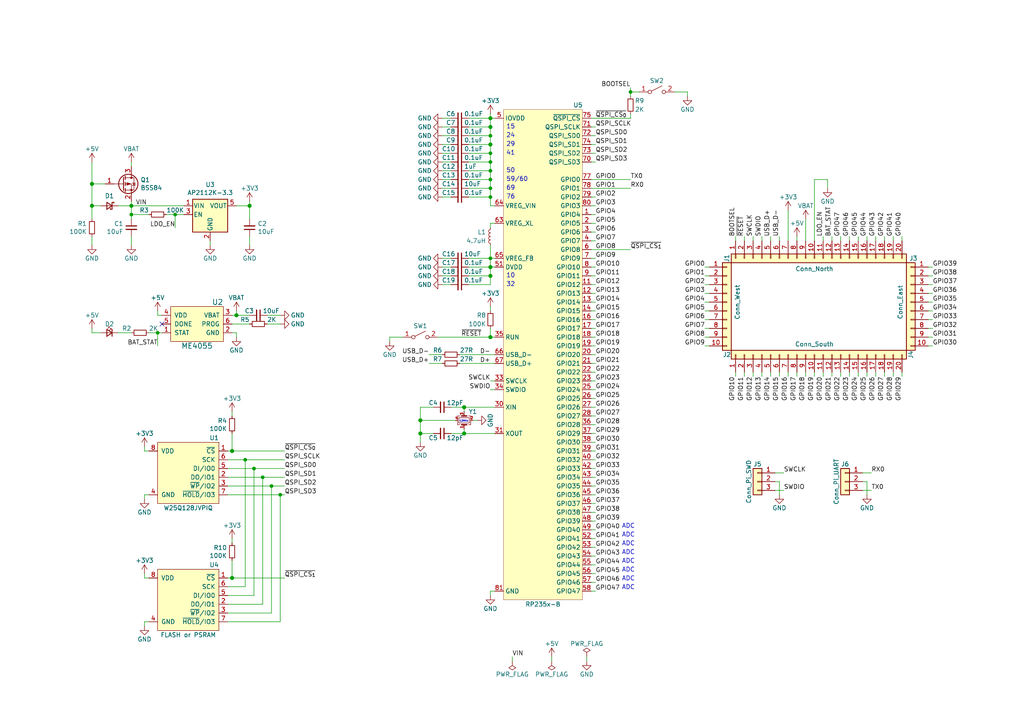
<source format=kicad_sch>
(kicad_sch (version 20231120) (generator "eeschema") (generator_version "8.0")
  (paper "A4")
  (title_block (title "RP2350 Stamp XL"))
  (junction (at 38.1 62.23))
  (junction (at 142.24 36.83) (diameter 1.016))
  (junction (at 81.28 143.51))
  (junction (at 142.24 52.07))
  (junction (at 142.24 80.01) (diameter 1.016))
  (junction (at 73.66 135.89))
  (junction (at 26.67 59.69) (diameter 1.016))
  (junction (at 134.62 125.73) (diameter 1.016))
  (junction (at 142.24 34.29) (diameter 1.016))
  (junction (at 142.24 41.91) (diameter 1.016))
  (junction (at 67.31 130.81) (diameter 1.016))
  (junction (at 38.1 59.69) (diameter 1.016))
  (junction (at 121.92 121.92) (diameter 1.016))
  (junction (at 142.24 39.37))
  (junction (at 68.58 91.44) (diameter 1.016))
  (junction (at 78.74 140.97))
  (junction (at 45.72 96.52))
  (junction (at 142.24 77.47) (diameter 1.016))
  (junction (at 71.12 133.35))
  (junction (at 67.31 167.64) (diameter 1.016))
  (junction (at 142.24 46.99))
  (junction (at 142.24 74.93))
  (junction (at 134.62 118.11) (diameter 1.016))
  (junction (at 121.92 125.73) (diameter 1.016))
  (junction (at 142.24 97.79) (diameter 1.016))
  (junction (at 72.39 59.69) (diameter 1.016))
  (junction (at 182.88 26.67))
  (junction (at 142.24 54.61))
  (junction (at 142.24 49.53))
  (junction (at 26.67 53.34) (diameter 1.016))
  (junction (at 142.24 57.15))
  (junction (at 142.24 44.45))
  (junction (at 76.2 138.43))
  (junction (at 50.8 62.23))
  (no_connect (at 46.99 93.98))
  (wire (pts (xy 66.04 175.26) (xy 76.2 175.26)))
  (wire (pts (xy 171.45 67.31) (xy 172.72 67.31)))
  (wire (pts (xy 67.31 119.38) (xy 67.31 120.65)))
  (wire (pts (xy 71.12 133.35) (xy 71.12 170.18)))
  (wire (pts (xy 128.27 82.55) (xy 130.81 82.55)))
  (wire (pts (xy 142.24 113.03) (xy 143.51 113.03)))
  (wire (pts (xy 41.91 167.64) (xy 41.91 166.37)))
  (wire (pts (xy 66.04 135.89) (xy 73.66 135.89)))
  (wire (pts (xy 38.1 63.5) (xy 38.1 62.23)))
  (wire (pts (xy 142.24 34.29) (xy 143.51 34.29)))
  (wire (pts (xy 77.47 91.44) (xy 81.28 91.44)))
  (wire (pts (xy 142.24 39.37) (xy 142.24 41.91)))
  (wire (pts (xy 121.92 125.73) (xy 121.92 128.27)))
  (wire (pts (xy 128.27 41.91) (xy 130.81 41.91)))
  (wire (pts (xy 236.22 52.07) (xy 240.03 52.07)))
  (wire (pts (xy 135.89 44.45) (xy 142.24 44.45)))
  (wire (pts (xy 67.31 130.81) (xy 67.31 125.73)))
  (wire (pts (xy 171.45 34.29) (xy 182.88 34.29)))
  (wire (pts (xy 269.24 97.79) (xy 270.51 97.79)))
  (wire (pts (xy 171.45 97.79) (xy 172.72 97.79)))
  (wire (pts (xy 142.24 71.12) (xy 142.24 74.93)))
  (wire (pts (xy 66.04 133.35) (xy 71.12 133.35)))
  (wire (pts (xy 269.24 90.17) (xy 270.51 90.17)))
  (wire (pts (xy 45.72 90.17) (xy 45.72 91.44)))
  (wire (pts (xy 128.27 77.47) (xy 130.81 77.47)))
  (wire (pts (xy 41.91 180.34) (xy 41.91 181.61)))
  (wire (pts (xy 228.6 60.96) (xy 228.6 69.85)))
  (wire (pts (xy 205.74 97.79) (xy 204.47 97.79)))
  (wire (pts (xy 171.45 100.33) (xy 172.72 100.33)))
  (wire (pts (xy 38.1 68.58) (xy 38.1 71.12)))
  (wire (pts (xy 238.76 107.95) (xy 238.76 109.22)))
  (wire (pts (xy 269.24 80.01) (xy 270.51 80.01)))
  (wire (pts (xy 256.54 107.95) (xy 256.54 109.22)))
  (wire (pts (xy 205.74 100.33) (xy 204.47 100.33)))
  (wire (pts (xy 142.24 171.45) (xy 142.24 172.72)))
  (wire (pts (xy 113.03 99.06) (xy 113.03 97.79)))
  (wire (pts (xy 226.06 107.95) (xy 226.06 109.22)))
  (wire (pts (xy 259.08 107.95) (xy 259.08 109.22)))
  (wire (pts (xy 48.26 62.23) (xy 50.8 62.23)))
  (wire (pts (xy 236.22 69.85) (xy 236.22 52.07)))
  (wire (pts (xy 220.98 109.22) (xy 220.98 107.95)))
  (wire (pts (xy 66.04 167.64) (xy 67.31 167.64)))
  (wire (pts (xy 171.45 143.51) (xy 172.72 143.51)))
  (wire (pts (xy 121.92 121.92) (xy 121.92 125.73)))
  (wire (pts (xy 128.27 52.07) (xy 130.81 52.07)))
  (wire (pts (xy 142.24 36.83) (xy 142.24 39.37)))
  (wire (pts (xy 82.55 167.64) (xy 67.31 167.64)))
  (wire (pts (xy 38.1 59.69) (xy 53.34 59.69)))
  (wire (pts (xy 77.47 93.98) (xy 81.28 93.98)))
  (wire (pts (xy 26.67 59.69) (xy 29.21 59.69)))
  (wire (pts (xy 142.24 64.77) (xy 142.24 66.04)))
  (wire (pts (xy 171.45 54.61) (xy 182.88 54.61)))
  (wire (pts (xy 26.67 53.34) (xy 30.48 53.34)))
  (wire (pts (xy 135.89 34.29) (xy 142.24 34.29)))
  (wire (pts (xy 171.45 59.69) (xy 172.72 59.69)))
  (wire (pts (xy 68.58 91.44) (xy 72.39 91.44)))
  (wire (pts (xy 142.24 88.9) (xy 142.24 90.17)))
  (wire (pts (xy 124.46 102.87) (xy 128.27 102.87)))
  (wire (pts (xy 135.89 82.55) (xy 142.24 82.55)))
  (wire (pts (xy 143.51 171.45) (xy 142.24 171.45)))
  (wire (pts (xy 43.18 130.81) (xy 41.91 130.81)))
  (wire (pts (xy 68.58 59.69) (xy 72.39 59.69)))
  (wire (pts (xy 171.45 110.49) (xy 172.72 110.49)))
  (wire (pts (xy 128.27 44.45) (xy 130.81 44.45)))
  (wire (pts (xy 78.74 140.97) (xy 78.74 177.8)))
  (wire (pts (xy 171.45 151.13) (xy 172.72 151.13)))
  (wire (pts (xy 38.1 48.26) (xy 38.1 46.99)))
  (wire (pts (xy 142.24 97.79) (xy 142.24 95.25)))
  (wire (pts (xy 26.67 96.52) (xy 29.21 96.52)))
  (wire (pts (xy 246.38 107.95) (xy 246.38 109.22)))
  (wire (pts (xy 142.24 44.45) (xy 142.24 46.99)))
  (wire (pts (xy 160.02 190.5) (xy 160.02 191.77)))
  (wire (pts (xy 241.3 107.95) (xy 241.3 109.22)))
  (wire (pts (xy 135.89 41.91) (xy 142.24 41.91)))
  (wire (pts (xy 171.45 115.57) (xy 172.72 115.57)))
  (wire (pts (xy 243.84 107.95) (xy 243.84 109.22)))
  (wire (pts (xy 26.67 53.34) (xy 26.67 59.69)))
  (wire (pts (xy 233.68 63.5) (xy 233.68 69.85)))
  (wire (pts (xy 246.38 68.58) (xy 246.38 69.85)))
  (wire (pts (xy 224.79 137.16) (xy 227.33 137.16)))
  (wire (pts (xy 142.24 54.61) (xy 142.24 57.15)))
  (wire (pts (xy 171.45 113.03) (xy 172.72 113.03)))
  (wire (pts (xy 142.24 49.53) (xy 142.24 52.07)))
  (wire (pts (xy 132.08 121.92) (xy 121.92 121.92)))
  (wire (pts (xy 243.84 68.58) (xy 243.84 69.85)))
  (wire (pts (xy 142.24 34.29) (xy 142.24 36.83)))
  (wire (pts (xy 121.92 118.11) (xy 121.92 121.92)))
  (wire (pts (xy 45.72 91.44) (xy 46.99 91.44)))
  (wire (pts (xy 26.67 68.58) (xy 26.67 71.12)))
  (wire (pts (xy 171.45 130.81) (xy 172.72 130.81)))
  (wire (pts (xy 38.1 59.69) (xy 34.29 59.69)))
  (wire (pts (xy 236.22 107.95) (xy 236.22 109.22)))
  (wire (pts (xy 133.35 105.41) (xy 143.51 105.41)))
  (wire (pts (xy 171.45 85.09) (xy 172.72 85.09)))
  (wire (pts (xy 66.04 143.51) (xy 81.28 143.51)))
  (wire (pts (xy 215.9 107.95) (xy 215.9 109.22)))
  (wire (pts (xy 220.98 69.85) (xy 220.98 68.58)))
  (wire (pts (xy 171.45 105.41) (xy 172.72 105.41)))
  (wire (pts (xy 218.44 107.95) (xy 218.44 109.22)))
  (wire (pts (xy 182.88 26.67) (xy 182.88 27.94)))
  (wire (pts (xy 134.62 124.46) (xy 134.62 125.73)))
  (wire (pts (xy 41.91 130.81) (xy 41.91 129.54)))
  (wire (pts (xy 26.67 59.69) (xy 26.67 63.5)))
  (wire (pts (xy 254 107.95) (xy 254 109.22)))
  (wire (pts (xy 171.45 156.21) (xy 172.72 156.21)))
  (wire (pts (xy 73.66 135.89) (xy 73.66 172.72)))
  (wire (pts (xy 171.45 62.23) (xy 172.72 62.23)))
  (wire (pts (xy 46.99 96.52) (xy 45.72 96.52)))
  (wire (pts (xy 127 97.79) (xy 142.24 97.79)))
  (wire (pts (xy 130.81 125.73) (xy 134.62 125.73)))
  (wire (pts (xy 45.72 96.52) (xy 43.18 96.52)))
  (wire (pts (xy 135.89 77.47) (xy 142.24 77.47)))
  (wire (pts (xy 142.24 74.93) (xy 142.24 77.47)))
  (wire (pts (xy 171.45 171.45) (xy 172.72 171.45)))
  (wire (pts (xy 171.45 92.71) (xy 172.72 92.71)))
  (wire (pts (xy 251.46 69.85) (xy 251.46 68.58)))
  (wire (pts (xy 171.45 57.15) (xy 172.72 57.15)))
  (wire (pts (xy 38.1 62.23) (xy 43.18 62.23)))
  (wire (pts (xy 134.62 118.11) (xy 143.51 118.11)))
  (wire (pts (xy 128.27 39.37) (xy 130.81 39.37)))
  (wire (pts (xy 124.46 105.41) (xy 128.27 105.41)))
  (wire (pts (xy 171.45 168.91) (xy 172.72 168.91)))
  (wire (pts (xy 251.46 139.7) (xy 251.46 143.51)))
  (wire (pts (xy 43.18 143.51) (xy 41.91 143.51)))
  (wire (pts (xy 269.24 77.47) (xy 270.51 77.47)))
  (wire (pts (xy 269.24 100.33) (xy 270.51 100.33)))
  (wire (pts (xy 142.24 110.49) (xy 143.51 110.49)))
  (wire (pts (xy 171.45 90.17) (xy 172.72 90.17)))
  (wire (pts (xy 204.47 82.55) (xy 205.74 82.55)))
  (wire (pts (xy 171.45 77.47) (xy 172.72 77.47)))
  (wire (pts (xy 43.18 180.34) (xy 41.91 180.34)))
  (wire (pts (xy 68.58 96.52) (xy 68.58 97.79)))
  (wire (pts (xy 241.3 68.58) (xy 241.3 69.85)))
  (wire (pts (xy 171.45 118.11) (xy 172.72 118.11)))
  (wire (pts (xy 205.74 87.63) (xy 204.47 87.63)))
  (wire (pts (xy 213.36 68.58) (xy 213.36 69.85)))
  (wire (pts (xy 60.96 69.85) (xy 60.96 71.12)))
  (wire (pts (xy 269.24 95.25) (xy 270.51 95.25)))
  (wire (pts (xy 171.45 82.55) (xy 172.72 82.55)))
  (wire (pts (xy 121.92 125.73) (xy 125.73 125.73)))
  (wire (pts (xy 170.18 190.5) (xy 170.18 191.77)))
  (wire (pts (xy 171.45 166.37) (xy 172.72 166.37)))
  (wire (pts (xy 66.04 180.34) (xy 81.28 180.34)))
  (wire (pts (xy 135.89 49.53) (xy 142.24 49.53)))
  (wire (pts (xy 68.58 91.44) (xy 68.58 90.17)))
  (wire (pts (xy 50.8 62.23) (xy 53.34 62.23)))
  (wire (pts (xy 26.67 46.99) (xy 26.67 53.34)))
  (wire (pts (xy 254 69.85) (xy 254 68.58)))
  (wire (pts (xy 204.47 77.47) (xy 205.74 77.47)))
  (wire (pts (xy 205.74 92.71) (xy 204.47 92.71)))
  (wire (pts (xy 182.88 34.29) (xy 182.88 33.02)))
  (wire (pts (xy 171.45 146.05) (xy 172.72 146.05)))
  (wire (pts (xy 259.08 69.85) (xy 259.08 68.58)))
  (wire (pts (xy 182.88 25.4) (xy 182.88 26.67)))
  (wire (pts (xy 171.45 161.29) (xy 172.72 161.29)))
  (wire (pts (xy 171.45 74.93) (xy 172.72 74.93)))
  (wire (pts (xy 142.24 33.02) (xy 142.24 34.29)))
  (wire (pts (xy 142.24 74.93) (xy 143.51 74.93)))
  (wire (pts (xy 182.88 26.67) (xy 185.42 26.67)))
  (wire (pts (xy 128.27 36.83) (xy 130.81 36.83)))
  (wire (pts (xy 231.14 107.95) (xy 231.14 109.22)))
  (wire (pts (xy 250.19 139.7) (xy 251.46 139.7)))
  (wire (pts (xy 113.03 97.79) (xy 116.84 97.79)))
  (wire (pts (xy 66.04 130.81) (xy 67.31 130.81)))
  (wire (pts (xy 135.89 54.61) (xy 142.24 54.61)))
  (wire (pts (xy 226.06 139.7) (xy 226.06 143.51)))
  (wire (pts (xy 171.45 107.95) (xy 172.72 107.95)))
  (wire (pts (xy 218.44 69.85) (xy 218.44 68.58)))
  (wire (pts (xy 171.45 44.45) (xy 172.72 44.45)))
  (wire (pts (xy 134.62 118.11) (xy 134.62 119.38)))
  (wire (pts (xy 171.45 163.83) (xy 172.72 163.83)))
  (wire (pts (xy 269.24 92.71) (xy 270.51 92.71)))
  (wire (pts (xy 142.24 77.47) (xy 143.51 77.47)))
  (wire (pts (xy 171.45 135.89) (xy 172.72 135.89)))
  (wire (pts (xy 171.45 80.01) (xy 172.72 80.01)))
  (wire (pts (xy 171.45 138.43) (xy 172.72 138.43)))
  (wire (pts (xy 171.45 102.87) (xy 172.72 102.87)))
  (wire (pts (xy 135.89 46.99) (xy 142.24 46.99)))
  (wire (pts (xy 72.39 59.69) (xy 72.39 63.5)))
  (wire (pts (xy 135.89 39.37) (xy 142.24 39.37)))
  (wire (pts (xy 171.45 39.37) (xy 172.72 39.37)))
  (wire (pts (xy 142.24 41.91) (xy 142.24 44.45)))
  (wire (pts (xy 215.9 68.58) (xy 215.9 69.85)))
  (wire (pts (xy 66.04 177.8) (xy 78.74 177.8)))
  (wire (pts (xy 228.6 107.95) (xy 228.6 109.22)))
  (wire (pts (xy 72.39 58.42) (xy 72.39 59.69)))
  (wire (pts (xy 171.45 153.67) (xy 172.72 153.67)))
  (wire (pts (xy 128.27 34.29) (xy 130.81 34.29)))
  (wire (pts (xy 233.68 107.95) (xy 233.68 109.22)))
  (wire (pts (xy 142.24 82.55) (xy 142.24 80.01)))
  (wire (pts (xy 73.66 135.89) (xy 82.55 135.89)))
  (wire (pts (xy 135.89 52.07) (xy 142.24 52.07)))
  (wire (pts (xy 66.04 140.97) (xy 78.74 140.97)))
  (wire (pts (xy 250.19 142.24) (xy 252.73 142.24)))
  (wire (pts (xy 134.62 125.73) (xy 143.51 125.73)))
  (wire (pts (xy 248.92 107.95) (xy 248.92 109.22)))
  (wire (pts (xy 251.46 107.95) (xy 251.46 109.22)))
  (wire (pts (xy 128.27 46.99) (xy 130.81 46.99)))
  (wire (pts (xy 261.62 107.95) (xy 261.62 109.22)))
  (wire (pts (xy 171.45 123.19) (xy 172.72 123.19)))
  (wire (pts (xy 171.45 128.27) (xy 172.72 128.27)))
  (wire (pts (xy 171.45 64.77) (xy 172.72 64.77)))
  (wire (pts (xy 171.45 36.83) (xy 172.72 36.83)))
  (wire (pts (xy 67.31 167.64) (xy 67.31 162.56)))
  (wire (pts (xy 76.2 138.43) (xy 76.2 175.26)))
  (wire (pts (xy 171.45 120.65) (xy 172.72 120.65)))
  (wire (pts (xy 142.24 46.99) (xy 142.24 49.53)))
  (wire (pts (xy 128.27 57.15) (xy 130.81 57.15)))
  (wire (pts (xy 128.27 80.01) (xy 130.81 80.01)))
  (wire (pts (xy 171.45 133.35) (xy 172.72 133.35)))
  (wire (pts (xy 171.45 69.85) (xy 172.72 69.85)))
  (wire (pts (xy 205.74 85.09) (xy 204.47 85.09)))
  (wire (pts (xy 67.31 96.52) (xy 68.58 96.52)))
  (wire (pts (xy 121.92 118.11) (xy 125.73 118.11)))
  (wire (pts (xy 171.45 87.63) (xy 172.72 87.63)))
  (wire (pts (xy 142.24 80.01) (xy 142.24 77.47)))
  (wire (pts (xy 67.31 156.21) (xy 67.31 157.48)))
  (wire (pts (xy 130.81 118.11) (xy 134.62 118.11)))
  (wire (pts (xy 256.54 69.85) (xy 256.54 68.58)))
  (wire (pts (xy 171.45 72.39) (xy 182.88 72.39)))
  (wire (pts (xy 171.45 125.73) (xy 172.72 125.73)))
  (wire (pts (xy 72.39 93.98) (xy 67.31 93.98)))
  (wire (pts (xy 205.74 95.25) (xy 204.47 95.25)))
  (wire (pts (xy 38.1 59.69) (xy 38.1 58.42)))
  (wire (pts (xy 223.52 109.22) (xy 223.52 107.95)))
  (wire (pts (xy 128.27 74.93) (xy 130.81 74.93)))
  (wire (pts (xy 142.24 97.79) (xy 143.51 97.79)))
  (wire (pts (xy 45.72 96.52) (xy 45.72 100.33)))
  (wire (pts (xy 135.89 36.83) (xy 142.24 36.83)))
  (wire (pts (xy 135.89 74.93) (xy 142.24 74.93)))
  (wire (pts (xy 250.19 137.16) (xy 252.73 137.16)))
  (wire (pts (xy 142.24 52.07) (xy 142.24 54.61)))
  (wire (pts (xy 71.12 133.35) (xy 82.55 133.35)))
  (wire (pts (xy 148.59 190.5) (xy 148.59 191.77)))
  (wire (pts (xy 38.1 96.52) (xy 34.29 96.52)))
  (wire (pts (xy 26.67 96.52) (xy 26.67 95.25)))
  (wire (pts (xy 66.04 172.72) (xy 73.66 172.72)))
  (wire (pts (xy 238.76 68.58) (xy 238.76 69.85)))
  (wire (pts (xy 231.14 69.85) (xy 231.14 68.58)))
  (wire (pts (xy 171.45 140.97) (xy 172.72 140.97)))
  (wire (pts (xy 261.62 69.85) (xy 261.62 68.58)))
  (wire (pts (xy 50.8 62.23) (xy 50.8 66.04)))
  (wire (pts (xy 224.79 139.7) (xy 226.06 139.7)))
  (wire (pts (xy 171.45 95.25) (xy 172.72 95.25)))
  (wire (pts (xy 81.28 143.51) (xy 81.28 180.34)))
  (wire (pts (xy 240.03 52.07) (xy 240.03 54.61)))
  (wire (pts (xy 171.45 41.91) (xy 172.72 41.91)))
  (wire (pts (xy 248.92 68.58) (xy 248.92 69.85)))
  (wire (pts (xy 128.27 49.53) (xy 130.81 49.53)))
  (wire (pts (xy 38.1 59.69) (xy 38.1 62.23)))
  (wire (pts (xy 137.16 121.92) (xy 138.43 121.92)))
  (wire (pts (xy 76.2 138.43) (xy 82.55 138.43)))
  (wire (pts (xy 171.45 46.99) (xy 172.72 46.99)))
  (wire (pts (xy 142.24 59.69) (xy 143.51 59.69)))
  (wire (pts (xy 269.24 85.09) (xy 270.51 85.09)))
  (wire (pts (xy 269.24 87.63) (xy 270.51 87.63)))
  (wire (pts (xy 224.79 142.24) (xy 227.33 142.24)))
  (wire (pts (xy 213.36 107.95) (xy 213.36 109.22)))
  (wire (pts (xy 204.47 80.01) (xy 205.74 80.01)))
  (wire (pts (xy 78.74 140.97) (xy 82.55 140.97)))
  (wire (pts (xy 72.39 68.58) (xy 72.39 71.12)))
  (wire (pts (xy 171.45 148.59) (xy 172.72 148.59)))
  (wire (pts (xy 66.04 170.18) (xy 71.12 170.18)))
  (wire (pts (xy 43.18 167.64) (xy 41.91 167.64)))
  (wire (pts (xy 128.27 54.61) (xy 130.81 54.61)))
  (wire (pts (xy 199.39 27.94) (xy 199.39 26.67)))
  (wire (pts (xy 142.24 57.15) (xy 142.24 59.69)))
  (wire (pts (xy 226.06 69.85) (xy 226.06 68.58)))
  (wire (pts (xy 135.89 57.15) (xy 142.24 57.15)))
  (wire (pts (xy 81.28 143.51) (xy 82.55 143.51)))
  (wire (pts (xy 66.04 138.43) (xy 76.2 138.43)))
  (wire (pts (xy 67.31 91.44) (xy 68.58 91.44)))
  (wire (pts (xy 82.55 130.81) (xy 67.31 130.81)))
  (wire (pts (xy 223.52 68.58) (xy 223.52 69.85)))
  (wire (pts (xy 205.74 90.17) (xy 204.47 90.17)))
  (wire (pts (xy 171.45 158.75) (xy 172.72 158.75)))
  (wire (pts (xy 41.91 143.51) (xy 41.91 144.78)))
  (wire (pts (xy 135.89 80.01) (xy 142.24 80.01)))
  (wire (pts (xy 133.35 102.87) (xy 143.51 102.87)))
  (wire (pts (xy 171.45 52.07) (xy 182.88 52.07)))
  (wire (pts (xy 269.24 82.55) (xy 270.51 82.55)))
  (wire (pts (xy 143.51 64.77) (xy 142.24 64.77)))
  (wire (pts (xy 199.39 26.67) (xy 195.58 26.67)))
  (text "ADC" (at 180.34 163.576 0) (effects (font (size 1.27 1.27)) (justify left bottom)))
  (text "59/60" (at 146.812 52.07 0) (effects (font (size 1.27 1.27)) (justify left)))
  (text "12MHz" (at 135.89 122.555 0) (effects (font (size 0.508 0.508)) (justify right bottom)))
  (text "ADC" (at 180.34 166.116 0) (effects (font (size 1.27 1.27)) (justify left bottom)))
  (text "ADC" (at 180.34 171.196 0) (effects (font (size 1.27 1.27)) (justify left bottom)))
  (text "ADC" (at 180.34 155.956 0) (effects (font (size 1.27 1.27)) (justify left bottom)))
  (text "ADC" (at 180.34 168.656 0) (effects (font (size 1.27 1.27)) (justify left bottom)))
  (text "41" (at 146.812 44.45 0) (effects (font (size 1.27 1.27)) (justify left)))
  (text "ADC" (at 180.34 161.036 0) (effects (font (size 1.27 1.27)) (justify left bottom)))
  (text "69" (at 146.812 54.61 0) (effects (font (size 1.27 1.27)) (justify left)))
  (text "50" (at 146.812 49.53 0) (effects (font (size 1.27 1.27)) (justify left)))
  (text "29" (at 146.812 41.91 0) (effects (font (size 1.27 1.27)) (justify left)))
  (text "ADC" (at 180.34 153.416 0) (effects (font (size 1.27 1.27)) (justify left bottom)))
  (text "32" (at 146.812 82.55 0) (effects (font (size 1.27 1.27)) (justify left)))
  (text "24" (at 146.812 39.37 0) (effects (font (size 1.27 1.27)) (justify left)))
  (text "10\n" (at 146.812 80.01 0) (effects (font (size 1.27 1.27)) (justify left)))
  (text "76" (at 146.812 57.15 0) (effects (font (size 1.27 1.27)) (justify left)))
  (text "15" (at 146.812 36.83 0) (effects (font (size 1.27 1.27)) (justify left)))
  (text "ADC" (at 180.34 158.496 0) (effects (font (size 1.27 1.27)) (justify left bottom)))
  (label "GPIO9" (at 204.47 100.33 180))
  (label "GPIO1" (at 204.47 80.01 180))
  (label "QSPI_SD1" (at 82.55 138.43 0))
  (label "~{RESET}" (at 139.7 97.79 180))
  (label "GPIO27" (at 256.54 109.22 270))
  (label "GPIO18" (at 233.68 109.22 270))
  (label "LDO_EN" (at 238.76 68.58 90))
  (label "GPIO28" (at 172.72 123.19 0))
  (label "D-" (at 142.24 102.87 180))
  (label "GPIO24" (at 248.92 109.22 270))
  (label "GPIO42" (at 256.54 68.58 90))
  (label "GPIO11" (at 172.72 80.01 0))
  (label "QSPI_SCLK" (at 172.72 36.83 0))
  (label "TX0" (at 182.88 52.07 0))
  (label "SWCLK" (at 227.33 137.16 0))
  (label "~{QSPI_CS_{0}}" (at 172.72 34.29 0))
  (label "GPIO29" (at 261.62 109.22 270))
  (label "SWCLK" (at 142.24 110.49 180))
  (label "QSPI_SD0" (at 172.72 39.37 0))
  (label "GPIO31" (at 172.72 130.81 0))
  (label "GPIO39" (at 172.72 151.13 0))
  (label "QSPI_SD1" (at 172.72 41.91 0))
  (label "GPIO22" (at 172.72 107.95 0))
  (label "GPIO35" (at 172.72 140.97 0))
  (label "GPIO36" (at 270.51 85.09 0))
  (label "GPIO40" (at 261.62 68.58 90))
  (label "QSPI_SD3" (at 172.72 46.99 0))
  (label "USB_D-" (at 226.06 68.58 90))
  (label "~{QSPI_CS_{0}}" (at 82.55 130.81 0))
  (label "GPIO19" (at 172.72 100.33 0))
  (label "USB_D+" (at 223.52 68.58 90))
  (label "GPIO32" (at 270.51 95.25 0))
  (label "GPIO45" (at 248.92 68.58 90))
  (label "~{QSPI_CS_{1}}" (at 82.55 167.64 0))
  (label "QSPI_SD3" (at 82.55 143.51 0))
  (label "GPIO10" (at 172.72 77.47 0))
  (label "GPIO5" (at 204.47 90.17 180))
  (label "GPIO38" (at 270.51 80.01 0))
  (label "GPIO17" (at 172.72 95.25 0))
  (label "GPIO44" (at 172.72 163.83 0))
  (label "GPIO10" (at 213.36 109.22 270))
  (label "GPIO13" (at 220.98 109.22 270))
  (label "GPIO23" (at 172.72 110.49 0))
  (label "GPIO16" (at 172.72 92.71 0))
  (label "GPIO32" (at 172.72 133.35 0))
  (label "~{QSPI_CS_{1}}" (at 182.88 72.39 0))
  (label "TX0" (at 252.73 142.24 0))
  (label "GPIO11" (at 215.9 109.22 270))
  (label "RX0" (at 252.73 137.16 0))
  (label "QSPI_SD2" (at 172.72 44.45 0))
  (label "GPIO44" (at 251.46 68.58 90))
  (label "GPIO41" (at 259.08 68.58 90))
  (label "GPIO34" (at 172.72 138.43 0))
  (label "SWDIO" (at 227.33 142.24 0))
  (label "GPIO46" (at 246.38 68.58 90))
  (label "GPIO4" (at 172.72 62.23 0))
  (label "GPIO42" (at 172.72 158.75 0))
  (label "GPIO22" (at 243.84 109.22 270))
  (label "GPIO35" (at 270.51 87.63 0))
  (label "SWDIO" (at 220.98 68.58 90))
  (label "GPIO24" (at 172.72 113.03 0))
  (label "GPIO7" (at 204.47 95.25 180))
  (label "GPIO43" (at 254 68.58 90))
  (label "GPIO26" (at 254 109.22 270))
  (label "GPIO30" (at 172.72 128.27 0))
  (label "GPIO18" (at 172.72 97.79 0))
  (label "GPIO2" (at 172.72 57.15 0))
  (label "BOOTSEL" (at 213.36 68.58 90))
  (label "SWDIO" (at 142.24 113.03 180))
  (label "GPIO0" (at 204.47 77.47 180))
  (label "GPIO29" (at 172.72 125.73 0))
  (label "GPIO16" (at 228.6 109.22 270))
  (label "GPIO3" (at 204.47 85.09 180))
  (label "GPIO3" (at 172.72 59.69 0))
  (label "GPIO17" (at 231.14 109.22 270))
  (label "GPIO25" (at 251.46 109.22 270))
  (label "RX0" (at 182.88 54.61 0))
  (label "GPIO1" (at 172.72 54.61 0))
  (label "GPIO25" (at 172.72 115.57 0))
  (label "GPIO46" (at 172.72 168.91 0))
  (label "GPIO21" (at 172.72 105.41 0))
  (label "GPIO47" (at 243.84 68.58 90))
  (label "GPIO4" (at 204.47 87.63 180))
  (label "BAT_STAT" (at 241.3 68.58 90))
  (label "GPIO12" (at 172.72 82.55 0))
  (label "GPIO28" (at 259.08 109.22 270))
  (label "GPIO8" (at 204.47 97.79 180))
  (label "GPIO31" (at 270.51 97.79 0))
  (label "BAT_STAT" (at 45.72 100.33 180))
  (label "GPIO47" (at 172.72 171.45 0))
  (label "SWCLK" (at 218.44 68.58 90))
  (label "GPIO8" (at 172.72 72.39 0))
  (label "QSPI_SD2" (at 82.55 140.97 0))
  (label "GPIO43" (at 172.72 161.29 0))
  (label "GPIO14" (at 172.72 87.63 0))
  (label "GPIO20" (at 172.72 102.87 0))
  (label "GPIO15" (at 172.72 90.17 0))
  (label "GPIO9" (at 172.72 74.93 0))
  (label "GPIO30" (at 270.51 100.33 0))
  (label "QSPI_SD0" (at 82.55 135.89 0))
  (label "GPIO33" (at 172.72 135.89 0))
  (label "GPIO5" (at 172.72 64.77 0))
  (label "GPIO20" (at 238.76 109.22 270))
  (label "GPIO6" (at 172.72 67.31 0))
  (label "GPIO23" (at 246.38 109.22 270))
  (label "GPIO13" (at 172.72 85.09 0))
  (label "GPIO41" (at 172.72 156.21 0))
  (label "GPIO15" (at 226.06 109.22 270))
  (label "GPIO37" (at 270.51 82.55 0))
  (label "GPIO27" (at 172.72 120.65 0))
  (label "D+" (at 142.24 105.41 180))
  (label "GPIO14" (at 223.52 109.22 270))
  (label "GPIO39" (at 270.51 77.47 0))
  (label "VIN" (at 148.59 190.5 0))
  (label "~{RESET}" (at 215.9 68.58 90))
  (label "GPIO7" (at 172.72 69.85 0))
  (label "VIN" (at 39.37 59.69 0))
  (label "GPIO12" (at 218.44 109.22 270))
  (label "GPIO45" (at 172.72 166.37 0))
  (label "GPIO26" (at 172.72 118.11 0))
  (label "GPIO37" (at 172.72 146.05 0))
  (label "GPIO21" (at 241.3 109.22 270))
  (label "GPIO0" (at 172.72 52.07 0))
  (label "LDO_EN" (at 50.8 66.04 180))
  (label "GPIO2" (at 204.47 82.55 180))
  (label "GPIO40" (at 172.72 153.67 0))
  (label "USB_D+" (at 124.46 105.41 180))
  (label "BOOTSEL" (at 182.88 25.4 180))
  (label "GPIO38" (at 172.72 148.59 0))
  (label "QSPI_SCLK" (at 82.55 133.35 0))
  (label "GPIO6" (at 204.47 92.71 180))
  (label "USB_D-" (at 124.46 102.87 180))
  (label "GPIO34" (at 270.51 90.17 0))
  (label "GPIO36" (at 172.72 143.51 0))
  (label "GPIO33" (at 270.51 92.71 0))
  (label "GPIO19" (at 236.22 109.22 270))
  (symbol (lib_id "Device:C_Small") (at 133.35 52.07 270) (unit 1)
    (property "Reference" "C13" (at 132.08 50.8 90) (effects (justify right)))
    (property "Value" "0.1uF" (at 134.62 50.8 90) (effects (justify left)))
    (property "Footprint" "Capacitor_SMD:C_0603_1608Metric" (effects (hide yes)))
  )
  (symbol (lib_id "power:+5V") (at 26.67 46.99 0) (unit 1)
    (property "Reference" "#PWR01" (effects (hide yes)))
    (property "Value" "+5V" (at 26.67 43.18 0))
  )
  (symbol (lib_id "power:+3.3V") (at 41.91 166.37 0) (unit 1)
    (property "Reference" "#PWR040" (effects (hide yes)))
    (property "Value" "+3V3" (at 41.91 162.56 0))
  )
  (symbol (lib_id "power_extra:VBAT") (at 233.68 63.5 0) (unit 1)
    (property "Reference" "#PWR033" (effects (hide yes)))
    (property "Value" "VBAT" (at 233.68 59.69 0))
  )
  (symbol (lib_id "power:GND") (at 60.96 71.12 0) (unit 1)
    (property "Reference" "#PWR09" (effects (hide yes)))
    (property "Value" "GND" (at 60.96 74.93 0))
  )
  (symbol (lib_id "power:GND") (at 226.06 143.51 0) (unit 1)
    (property "Reference" "#PWR045" (effects (hide yes)))
    (property "Value" "GND" (at 226.06 147.32 0))
    (property "Description" "Power symbol creates a global label with name \"GND\" , ground" (effects (hide yes)))
  )
  (symbol (lib_id "power:+5V") (at 231.14 68.58 0) (unit 1)
    (property "Reference" "#PWR035" (effects (hide yes)))
    (property "Value" "+5V" (at 231.14 64.77 0))
  )
  (symbol (lib_id "power:GND") (at 128.27 57.15 270) (unit 1)
    (property "Reference" "#PWR044" (effects (hide yes)))
    (property "Value" "GND" (at 123.19 57.15 90))
  )
  (symbol (lib_id "power:+3.3V") (at 228.6 60.96 0) (unit 1)
    (property "Reference" "#PWR032" (effects (hide yes)))
    (property "Value" "+3V3" (at 228.6 57.15 0))
  )
  (symbol (lib_id "Connector_Generic:Conn_01x10") (at 264.16 87.63 0) (mirror y) (unit 1)
    (property "Reference" "J3" (at 264.922 74.93 0))
    (property "Value" "Conn_East" (at 261.112 87.63 90))
    (property "Footprint" "RP2xxx_stamp:Castellated_1x10_P2.00mm_Vertical" (effects (hide yes)))
  )
  (symbol (lib_id "Device:R_Small") (at 45.72 62.23 270) (mirror x) (unit 1)
    (property "Reference" "R3" (at 43.18 60.96 90) (effects (justify right)))
    (property "Value" "100K" (at 48.26 60.96 90) (effects (justify left)))
    (property "Footprint" "Resistor_SMD:R_0603_1608Metric" (effects (hide yes)))
  )
  (symbol (lib_id "power:GND") (at 26.67 71.12 0) (unit 1)
    (property "Reference" "#PWR02" (effects (hide yes)))
    (property "Value" "GND" (at 26.67 74.93 0))
  )
  (symbol (lib_id "Device:C_Small") (at 133.35 49.53 270) (unit 1)
    (property "Reference" "C12" (at 132.08 48.26 90) (effects (justify right)))
    (property "Value" "1uF" (at 134.62 48.26 90) (effects (justify left)))
    (property "Footprint" "Capacitor_SMD:C_0603_1608Metric" (effects (hide yes)))
  )
  (symbol (lib_id "power:GND") (at 38.1 71.12 0) (unit 1)
    (property "Reference" "#PWR05" (effects (hide yes)))
    (property "Value" "GND" (at 38.1 74.93 0))
  )
  (symbol (lib_id "power_extra:VBAT") (at 38.1 46.99 0) (unit 1)
    (property "Reference" "#PWR04" (effects (hide yes)))
    (property "Value" "VBAT" (at 38.1 43.18 0))
  )
  (symbol (lib_id "power:GND") (at 68.58 97.79 0) (mirror y) (unit 1)
    (property "Reference" "#PWR012" (effects (hide yes)))
    (property "Value" "GND" (at 68.58 101.6 0))
  )
  (symbol (lib_id "Device:R_Small") (at 40.64 96.52 270) (unit 1)
    (property "Reference" "R2" (at 38.1 95.25 90) (effects (justify right)))
    (property "Value" "2K" (at 43.18 95.25 90) (effects (justify left)))
    (property "Footprint" "Resistor_SMD:R_0603_1608Metric" (effects (hide yes)))
  )
  (symbol (lib_id "power:GND") (at 128.27 74.93 270) (unit 1)
    (property "Reference" "#PWR027" (effects (hide yes)))
    (property "Value" "GND" (at 123.19 74.93 90))
  )
  (symbol (lib_id "power:GND") (at 128.27 77.47 270) (unit 1)
    (property "Reference" "#PWR028" (effects (hide yes)))
    (property "Value" "GND" (at 123.19 77.47 90))
  )
  (symbol (lib_id "power:GND") (at 240.03 54.61 0) (unit 1)
    (property "Reference" "#PWR034" (effects (hide yes)))
    (property "Value" "GND" (at 240.03 58.42 0))
  )
  (symbol (lib_id "power:GND") (at 128.27 82.55 270) (unit 1)
    (property "Reference" "#PWR030" (effects (hide yes)))
    (property "Value" "GND" (at 123.19 82.55 90))
  )
  (symbol (lib_id "Device:L_Small") (at 142.24 68.58 180) (unit 1)
    (property "Reference" "L1" (at 140.97 67.3099 0) (effects (justify left)))
    (property "Value" "4.7uH" (at 140.97 69.8499 0) (effects (justify left)))
    (property "Footprint" "Inductor_SMD:L_Wuerth_MAPI-2512" (effects (hide yes)))
    (property "Datasheet" "https://datasheet.lcsc.com/lcsc/2301121209_APV-APH252010T4R7M_C5349608.pdf" (effects (hide yes)))
    (property "Description" "Inductor, small symbol" (effects (hide yes)))
    (property "LCSC" "C5349608" (effects (hide yes)))
  )
  (symbol (lib_id "power:+3.3V") (at 67.31 156.21 0) (mirror y) (unit 1)
    (property "Reference" "#PWR042" (effects (hide yes)))
    (property "Value" "+3V3" (at 67.31 152.4 0))
  )
  (symbol (lib_id "Memory_Flash_Extra:W25Q64JV") (at 54.61 173.99 0) (unit 1) (in_bom no)
    (property "Reference" "U4" (at 63.5 163.83 0) (effects (justify right)))
    (property "Value" "FLASH or PSRAM" (at 54.61 184.15 0))
    (property "Footprint" "Package_SO:SSOP-8_5.25x5.24mm_P1.27mm" (effects (hide yes)))
  )
  (symbol (lib_id "power:+3.3V") (at 142.24 33.02 0) (unit 1)
    (property "Reference" "#PWR036" (effects (hide yes)))
    (property "Value" "+3V3" (at 142.24 29.21 0))
  )
  (symbol (lib_id "Device:R_Small") (at 67.31 123.19 0) (mirror x) (unit 1)
    (property "Reference" "R4" (at 65.8368 122.0216 0) (effects (justify right)))
    (property "Value" "100K" (at 65.8368 124.333 0) (effects (justify right)))
    (property "Footprint" "Resistor_SMD:R_0603_1608Metric" (effects (hide yes)))
  )
  (symbol (lib_id "Device:C_Small") (at 133.35 44.45 270) (unit 1)
    (property "Reference" "C10" (at 132.08 43.18 90) (effects (justify right)))
    (property "Value" "0.1uF" (at 134.62 43.18 90) (effects (justify left)))
    (property "Footprint" "Capacitor_SMD:C_0603_1608Metric" (effects (hide yes)))
  )
  (symbol (lib_id "power:+3.3V") (at 72.39 58.42 0) (unit 1)
    (property "Reference" "#PWR013" (effects (hide yes)))
    (property "Value" "+3V3" (at 72.39 54.61 0))
  )
  (symbol (lib_id "power:GND") (at 81.28 91.44 90) (mirror x) (unit 1)
    (property "Reference" "#PWR015" (effects (hide yes)))
    (property "Value" "GND" (at 86.36 91.44 90))
  )
  (symbol (lib_id "power:PWR_FLAG") (at 160.02 191.77 180) (unit 1)
    (property "Reference" "#FLG02" (effects (hide yes)))
    (property "Value" "PWR_FLAG" (at 160.02 195.58 0))
    (property "Description" "Special symbol for telling ERC where power comes from" (effects (hide yes)))
  )
  (symbol (lib_id "power:GND") (at 128.27 39.37 270) (unit 1)
    (property "Reference" "#PWR021" (effects (hide yes)))
    (property "Value" "GND" (at 123.19 39.37 90))
  )
  (symbol (lib_id "power:GND") (at 128.27 41.91 270) (unit 1)
    (property "Reference" "#PWR022" (effects (hide yes)))
    (property "Value" "GND" (at 123.19 41.91 90))
  )
  (symbol (lib_id "Device:R_Small") (at 142.24 92.71 0) (mirror y) (unit 1)
    (property "Reference" "R8" (at 140.97 91.44 0) (effects (justify left)))
    (property "Value" "100K" (at 140.97 93.98 0) (effects (justify left)))
    (property "Footprint" "Resistor_SMD:R_0603_1608Metric" (effects (hide yes)))
  )
  (symbol (lib_id "power:GND") (at 41.91 144.78 0) (mirror y) (unit 1)
    (property "Reference" "#PWR07" (effects (hide yes)))
    (property "Value" "GND" (at 41.91 148.59 0))
  )
  (symbol (lib_id "power_extra:VBAT") (at 68.58 90.17 0) (unit 1)
    (property "Reference" "#PWR011" (effects (hide yes)))
    (property "Value" "VBAT" (at 68.58 86.36 0))
  )
  (symbol (lib_id "Device:C_Small") (at 74.93 91.44 270) (unit 1)
    (property "Reference" "C3" (at 73.66 90.17 90) (effects (justify right)))
    (property "Value" "10uF" (at 76.2 90.17 90) (effects (justify left)))
    (property "Footprint" "Capacitor_SMD:C_0603_1608Metric" (effects (hide yes)))
  )
  (symbol (lib_id "power:GND") (at 128.27 52.07 270) (unit 1)
    (property "Reference" "#PWR025" (effects (hide yes)))
    (property "Value" "GND" (at 123.19 52.07 90))
  )
  (symbol (lib_id "Transistor_FET:BSS84") (at 35.56 53.34 0) (unit 1)
    (property "Reference" "Q1" (at 40.7416 52.1716 0) (effects (justify left)))
    (property "Value" "BSS84" (at 40.7416 54.483 0) (effects (justify left)))
    (property "Footprint" "Package_TO_SOT_SMD:SOT-23" (effects (hide yes)))
    (property "Datasheet" "http://assets.nexperia.com/documents/data-sheet/BSS84.pdf" (effects (hide yes)))
    (property "LCSC" "C85202" (effects (hide yes)))
  )
  (symbol (lib_id "Device:C_Small") (at 133.35 57.15 270) (unit 1)
    (property "Reference" "C15" (at 132.08 55.88 90) (effects (justify right)))
    (property "Value" "0.1uF" (at 134.62 55.88 90) (effects (justify left)))
    (property "Footprint" "Capacitor_SMD:C_0603_1608Metric" (effects (hide yes)))
  )
  (symbol (lib_id "power:GND") (at 72.39 71.12 0) (mirror y) (unit 1)
    (property "Reference" "#PWR014" (effects (hide yes)))
    (property "Value" "GND" (at 72.39 74.93 0))
  )
  (symbol (lib_id "power:GND") (at 128.27 44.45 270) (unit 1)
    (property "Reference" "#PWR043" (effects (hide yes)))
    (property "Value" "GND" (at 123.19 44.45 90))
  )
  (symbol (lib_id "Device:C_Small") (at 72.39 66.04 180) (unit 1)
    (property "Reference" "C2" (at 74.7268 64.8716 0) (effects (justify right)))
    (property "Value" "10uF" (at 74.7268 67.183 0) (effects (justify right)))
    (property "Footprint" "Capacitor_SMD:C_0603_1608Metric" (effects (hide yes)))
  )
  (symbol (lib_id "power:GND") (at 142.24 172.72 0) (unit 1)
    (property "Reference" "#PWR038" (effects (hide yes)))
    (property "Value" "GND" (at 142.24 176.53 0))
  )
  (symbol (lib_id "Device:C_Small") (at 133.35 80.01 270) (unit 1)
    (property "Reference" "C18" (at 132.08 78.74 90) (effects (justify right)))
    (property "Value" "0.1uF" (at 134.62 78.74 90) (effects (justify left)))
    (property "Footprint" "Capacitor_SMD:C_0603_1608Metric" (effects (hide yes)))
  )
  (symbol (lib_id "Device:C_Small") (at 133.35 74.93 270) (unit 1)
    (property "Reference" "C16" (at 132.08 73.66 90) (effects (justify right)))
    (property "Value" "10uF" (at 134.62 73.66 90) (effects (justify left)))
    (property "Footprint" "Capacitor_SMD:C_0603_1608Metric" (effects (hide yes)))
  )
  (symbol (lib_id "Connector_Generic:Conn_01x20") (at 236.22 102.87 90) (unit 1)
    (property "Reference" "J4" (at 264.16 102.87 0))
    (property "Value" "Conn_South" (at 236.22 99.822 90))
    (property "Footprint" "RP2xxx_stamp:Castellated_1x20_P2.00mm_Vertical" (effects (hide yes)))
  )
  (symbol (lib_id "Switch:SW_SPST") (at 121.92 97.79 0) (unit 1)
    (property "Reference" "SW1" (at 121.92 95.25 0) (effects (justify bottom)))
    (property "Value" "SW_RESET" (effects (hide yes)))
    (property "Footprint" "Button_Switch_SMD:SW_SPST_B3U-1000P" (effects (hide yes)))
  )
  (symbol (lib_id "power:GND") (at 138.43 121.92 90) (unit 1)
    (property "Reference" "#PWR031" (effects (hide yes)))
    (property "Value" "GND" (at 142.24 121.92 0))
  )
  (symbol (lib_id "power:+5V") (at 45.72 90.17 0) (unit 1)
    (property "Reference" "#PWR08" (effects (hide yes)))
    (property "Value" "+5V" (at 45.72 86.36 0))
  )
  (symbol (lib_id "Connector_Generic:Conn_01x03") (at 245.11 139.7 0) (mirror y) (unit 1) (in_bom no)
    (property "Reference" "J6" (at 245.11 134.62 0))
    (property "Value" "Conn_Pi_UART" (at 242.57 139.7 90))
    (property "Footprint" "Connector_JST:JST_SH_BM03B-SRSS-TB_1x03-1MP_P1.00mm_Vertical" (effects (hide yes)))
    (property "LCSC" "C7433439" (effects (hide yes)))
  )
  (symbol (lib_id "Device:C_Small") (at 133.35 34.29 270) (unit 1)
    (property "Reference" "C6" (at 132.08 33.02 90) (effects (justify right)))
    (property "Value" "0.1uF" (at 134.62 33.02 90) (effects (justify left)))
    (property "Footprint" "Capacitor_SMD:C_0603_1608Metric" (effects (hide yes)))
  )
  (symbol (lib_id "power:GND") (at 121.92 128.27 0) (unit 1)
    (property "Reference" "#PWR018" (effects (hide yes)))
    (property "Value" "GND" (at 121.92 132.08 0))
  )
  (symbol (lib_id "MCU_RaspberryPi:RP235x-B") (at 157.48 97.79 0) (unit 1)
    (property "Reference" "U5" (at 167.64 30.48 0))
    (property "Value" "RP235x-B" (at 157.48 175.26 0))
    (property "Footprint" "Package_DFN_QFN_Extra:QFN-80_EP_10x10_Pitch0.4mm" (effects (hide yes)))
  )
  (symbol (lib_id "Memory_Flash_Extra:W25Q64JV") (at 54.61 137.16 0) (unit 1)
    (property "Reference" "U1" (at 63.5 127 0) (effects (justify right)))
    (property "Value" "W25Q128JVPIQ" (at 54.61 147.32 0))
    (property "Footprint" "Package_SON:WSON-8-1EP_6x5mm_P1.27mm_EP3.4x4mm" (effects (hide yes)))
    (property "Datasheet" "https://datasheet.lcsc.com/lcsc/2304140030_Winbond-Elec-W25Q128JVPIQ_C190862.pdf" (effects (hide yes)))
    (property "LCSC" "C190862" (effects (hide yes)))
  )
  (symbol (lib_id "power:+3.3V") (at 67.31 119.38 0) (mirror y) (unit 1)
    (property "Reference" "#PWR010" (effects (hide yes)))
    (property "Value" "+3V3" (at 67.31 115.57 0))
  )
  (symbol (lib_id "Device:R_Small") (at 26.67 66.04 0) (mirror x) (unit 1)
    (property "Reference" "R1" (at 25.1968 64.8716 0) (effects (justify right)))
    (property "Value" "100K" (at 25.1968 67.183 0) (effects (justify right)))
    (property "Footprint" "Resistor_SMD:R_0603_1608Metric" (effects (hide yes)))
  )
  (symbol (lib_id "power:GND") (at 81.28 93.98 90) (mirror x) (unit 1)
    (property "Reference" "#PWR016" (effects (hide yes)))
    (property "Value" "GND" (at 86.36 93.98 90))
  )
  (symbol (lib_id "Connector_Generic:Conn_01x03") (at 219.71 139.7 0) (mirror y) (unit 1) (in_bom no)
    (property "Reference" "J5" (at 219.71 134.62 0))
    (property "Value" "Conn_Pi_SWD" (at 217.17 139.7 90))
    (property "Footprint" "Connector_JST:JST_SH_BM03B-SRSS-TB_1x03-1MP_P1.00mm_Vertical" (effects (hide yes)))
    (property "LCSC" "C7433439" (effects (hide yes)))
  )
  (symbol (lib_id "Device:C_Small") (at 133.35 36.83 270) (unit 1)
    (property "Reference" "C7" (at 132.08 35.56 90) (effects (justify right)))
    (property "Value" "0.1uF" (at 134.62 35.56 90) (effects (justify left)))
    (property "Footprint" "Capacitor_SMD:C_0603_1608Metric" (effects (hide yes)))
  )
  (symbol (lib_id "power:+3.3V") (at 41.91 129.54 0) (unit 1)
    (property "Reference" "#PWR06" (effects (hide yes)))
    (property "Value" "+3V3" (at 41.91 125.73 0))
  )
  (symbol (lib_id "Device:C_Small") (at 128.27 118.11 270) (unit 1)
    (property "Reference" "C4" (at 127 116.84 90) (effects (justify right)))
    (property "Value" "12pF" (at 129.54 116.84 90) (effects (justify left)))
    (property "Footprint" "Capacitor_SMD:C_0603_1608Metric" (effects (hide yes)))
  )
  (symbol (lib_id "Connector_Generic:Conn_01x20") (at 236.22 74.93 90) (mirror x) (unit 1)
    (property "Reference" "J1" (at 210.82 74.93 0))
    (property "Value" "Conn_North" (at 236.22 77.978 90))
    (property "Footprint" "RP2xxx_stamp:Castellated_1x20_P2.00mm_Vertical" (effects (hide yes)))
  )
  (symbol (lib_id "power:+3V3") (at 142.24 88.9 0) (mirror y) (unit 1)
    (property "Reference" "#PWR037" (effects (hide yes)))
    (property "Value" "+3V3" (at 142.24 85.09 0))
  )
  (symbol (lib_id "Device:C_Small") (at 133.35 41.91 270) (unit 1)
    (property "Reference" "C9" (at 132.08 40.64 90) (effects (justify right)))
    (property "Value" "0.1uF" (at 134.62 40.64 90) (effects (justify left)))
    (property "Footprint" "Capacitor_SMD:C_0603_1608Metric" (effects (hide yes)))
  )
  (symbol (lib_id "Switch:SW_SPST") (at 190.5 26.67 0) (unit 1)
    (property "Reference" "SW2" (at 190.5 24.13 0) (effects (justify bottom)))
    (property "Value" "SW_BOOTSEL" (effects (hide yes)))
    (property "Footprint" "Button_Switch_SMD:SW_SPST_B3U-1000P" (effects (hide yes)))
  )
  (symbol (lib_id "power:PWR_FLAG") (at 148.59 191.77 180) (unit 1)
    (property "Reference" "#FLG03" (effects (hide yes)))
    (property "Value" "PWR_FLAG" (at 148.59 195.58 0))
    (property "Description" "Special symbol for telling ERC where power comes from" (effects (hide yes)))
  )
  (symbol (lib_id "power:PWR_FLAG") (at 170.18 190.5 0) (unit 1)
    (property "Reference" "#FLG01" (effects (hide yes)))
    (property "Value" "PWR_FLAG" (at 170.18 186.69 0))
    (property "Description" "Special symbol for telling ERC where power comes from" (effects (hide yes)))
  )
  (symbol (lib_id "power:+5V") (at 26.67 95.25 0) (unit 1)
    (property "Reference" "#PWR03" (effects (hide yes)))
    (property "Value" "+5V" (at 26.67 91.44 0))
  )
  (symbol (lib_id "Device:R_Small") (at 130.81 102.87 270) (unit 1)
    (property "Reference" "R6" (at 128.27 101.6 90) (effects (justify right)))
    (property "Value" "27R" (at 133.35 101.6 90) (effects (justify left)))
    (property "Footprint" "Resistor_SMD:R_0603_1608Metric" (effects (hide yes)))
  )
  (symbol (lib_id "Device:C_Small") (at 133.35 82.55 270) (unit 1)
    (property "Reference" "C19" (at 132.08 81.28 90) (effects (justify right)))
    (property "Value" "0.1uF" (at 134.62 81.28 90) (effects (justify left)))
    (property "Footprint" "Capacitor_SMD:C_0603_1608Metric" (effects (hide yes)))
  )
  (symbol (lib_id "Device:C_Small") (at 128.27 125.73 270) (mirror x) (unit 1)
    (property "Reference" "C5" (at 127 127 90) (effects (justify right)))
    (property "Value" "12pF" (at 129.54 127 90) (effects (justify left)))
    (property "Footprint" "Capacitor_SMD:C_0603_1608Metric" (effects (hide yes)))
  )
  (symbol (lib_id "power:GND") (at 113.03 99.06 0) (mirror y) (unit 1)
    (property "Reference" "#PWR017" (effects (hide yes)))
    (property "Value" "GND" (at 113.03 102.87 0))
  )
  (symbol (lib_id "Device:C_Small") (at 133.35 46.99 270) (unit 1)
    (property "Reference" "C11" (at 132.08 45.72 90) (effects (justify right)))
    (property "Value" "0.1uF" (at 134.62 45.72 90) (effects (justify left)))
    (property "Footprint" "Capacitor_SMD:C_0603_1608Metric" (effects (hide yes)))
  )
  (symbol (lib_id "Device:R_Small") (at 182.88 30.48 0) (unit 1)
    (property "Reference" "R9" (at 184.15 29.21 0) (effects (justify left)))
    (property "Value" "2K" (at 184.15 31.75 0) (effects (justify left)))
    (property "Footprint" "Resistor_SMD:R_0603_1608Metric" (effects (hide yes)))
  )
  (symbol (lib_id "power:GND") (at 41.91 181.61 0) (mirror y) (unit 1)
    (property "Reference" "#PWR041" (effects (hide yes)))
    (property "Value" "GND" (at 41.91 185.42 0))
  )
  (symbol (lib_id "Device:C_Small") (at 38.1 66.04 0) (unit 1)
    (property "Reference" "C1" (at 35.7886 64.8716 0) (effects (justify right)))
    (property "Value" "10uF" (at 35.7886 67.183 0) (effects (justify right)))
    (property "Footprint" "Capacitor_SMD:C_0603_1608Metric" (effects (hide yes)))
  )
  (symbol (lib_id "power:+5V") (at 160.02 190.5 0) (unit 1)
    (property "Reference" "#PWR048" (effects (hide yes)))
    (property "Value" "+5V" (at 160.02 186.69 0))
  )
  (symbol (lib_id "power:GND") (at 128.27 49.53 270) (unit 1)
    (property "Reference" "#PWR024" (effects (hide yes)))
    (property "Value" "GND" (at 123.19 49.53 90))
  )
  (symbol (lib_id "Device:R_Small") (at 74.93 93.98 270) (unit 1)
    (property "Reference" "R5" (at 72.39 92.71 90) (effects (justify right)))
    (property "Value" "2K" (at 77.47 92.71 90) (effects (justify left)))
    (property "Footprint" "Resistor_SMD:R_0603_1608Metric" (effects (hide yes)))
  )
  (symbol (lib_id "Device:LED_Small") (at 31.75 96.52 0) (mirror y) (unit 1)
    (property "Reference" "D2" (at 31.75 93.98 0))
    (property "Value" "LED_CHR" (effects (hide yes)))
    (property "Footprint" "LED_SMD:LED_0603_1608Metric" (effects (hide yes)))
  )
  (symbol (lib_id "Regulator_Linear:AP2112K-3.3") (at 60.96 62.23 0) (unit 1)
    (property "Reference" "U3" (at 60.96 53.5432 0))
    (property "Value" "AP2112K-3.3" (at 60.96 55.88 0))
    (property "Footprint" "Package_TO_SOT_SMD:SOT-23-5" (effects (hide yes)))
    (property "Datasheet" "https://www.diodes.com/assets/Datasheets/AP2112.pdf" (effects (hide yes)))
    (property "LCSC" "C51118" (effects (hide yes)))
    (property "Digikey" "AP2112K-3.3TRG1DICT-ND" (effects (hide yes)))
  )
  (symbol (lib_id "power:GND") (at 128.27 46.99 270) (unit 1)
    (property "Reference" "#PWR023" (effects (hide yes)))
    (property "Value" "GND" (at 123.19 46.99 90))
  )
  (symbol (lib_id "Battery_Management_Extra:ME4055-N") (at 57.15 93.98 0) (unit 1)
    (property "Reference" "U2" (at 64.77 87.63 0) (effects (font (size 1.524 1.524)) (justify right)))
    (property "Value" "ME4055" (at 57.15 100.33 0) (effects (font (size 1.524 1.524))))
    (property "Footprint" "Package_TO_SOT_SMD:SOT-23-6" (effects (hide yes)))
    (property "Datasheet" "https://datasheet.lcsc.com/lcsc/2207251602_MICRONE-Nanjing-Micro-One-Elec-ME4055AM6G-N_C82121.pdf" (effects (hide yes)))
    (property "LCSC" "C82121" (effects (hide yes)))
  )
  (symbol (lib_id "Device:R_Small") (at 67.31 160.02 0) (mirror x) (unit 1)
    (property "Reference" "R10" (at 65.8368 158.8516 0) (effects (justify right)))
    (property "Value" "100K" (at 65.8368 161.163 0) (effects (justify right)))
    (property "Footprint" "Resistor_SMD:R_0603_1608Metric" (effects (hide yes)))
  )
  (symbol (lib_id "power:GND") (at 128.27 54.61 270) (unit 1)
    (property "Reference" "#PWR026" (effects (hide yes)))
    (property "Value" "GND" (at 123.19 54.61 90))
  )
  (symbol (lib_id "Device:D_Schottky_Small") (at 31.75 59.69 0) (mirror y) (unit 1)
    (property "Reference" "D1" (at 31.75 56.8198 0))
    (property "Value" "D_Schottky_Small" (effects (hide yes)))
    (property "Footprint" "Diode_SMD:D_SOD-323" (effects (hide yes)))
    (property "LCSC" "C114023" (effects (hide yes)))
  )
  (symbol (lib_id "power:GND") (at 128.27 80.01 270) (unit 1)
    (property "Reference" "#PWR029" (effects (hide yes)))
    (property "Value" "GND" (at 123.19 80.01 90))
  )
  (symbol (lib_id "Device:C_Small") (at 133.35 54.61 270) (unit 1)
    (property "Reference" "C14" (at 132.08 53.34 90) (effects (justify right)))
    (property "Value" "10uF" (at 134.62 53.34 90) (effects (justify left)))
    (property "Footprint" "Capacitor_SMD:C_0603_1608Metric" (effects (hide yes)))
  )
  (symbol (lib_id "power:GND") (at 199.39 27.94 0) (unit 1)
    (property "Reference" "#PWR039" (effects (hide yes)))
    (property "Value" "GND" (at 199.39 31.75 0))
  )
  (symbol (lib_id "Device:C_Small") (at 133.35 77.47 270) (unit 1)
    (property "Reference" "C17" (at 132.08 76.2 90) (effects (justify right)))
    (property "Value" "0.1uF" (at 134.62 76.2 90) (effects (justify left)))
    (property "Footprint" "Capacitor_SMD:C_0603_1608Metric" (effects (hide yes)))
  )
  (symbol (lib_id "Device:C_Small") (at 133.35 39.37 270) (unit 1)
    (property "Reference" "C8" (at 132.08 38.1 90) (effects (justify right)))
    (property "Value" "0.1uF" (at 134.62 38.1 90) (effects (justify left)))
    (property "Footprint" "Capacitor_SMD:C_0603_1608Metric" (effects (hide yes)))
  )
  (symbol (lib_id "Device:R_Small") (at 130.81 105.41 270) (unit 1)
    (property "Reference" "R7" (at 128.27 104.14 90) (effects (justify right)))
    (property "Value" "27R" (at 133.35 104.14 90) (effects (justify left)))
    (property "Footprint" "Resistor_SMD:R_0603_1608Metric" (effects (hide yes)))
  )
  (symbol (lib_id "power:GND") (at 128.27 36.83 270) (unit 1)
    (property "Reference" "#PWR020" (effects (hide yes)))
    (property "Value" "GND" (at 123.19 36.83 90))
  )
  (symbol (lib_id "Device:Crystal_GND24_Small") (at 134.62 121.92 90) (unit 1)
    (property "Reference" "Y1" (at 135.89 119.38 90) (effects (justify right)))
    (property "Value" "XYDBPCNANF-12MHZ" (effects (hide yes)))
    (property "Footprint" "Crystal:Crystal_SMD_2520-4Pin_2.5x2.0mm" (effects (hide yes)))
    (property "LCSC" "C521567" (effects (hide yes)))
  )
  (symbol (lib_id "power:GND") (at 170.18 191.77 0) (mirror y) (unit 1)
    (property "Reference" "#PWR047" (effects (hide yes)))
    (property "Value" "GND" (at 170.18 195.58 0))
  )
  (symbol (lib_id "power:GND") (at 251.46 143.51 0) (unit 1)
    (property "Reference" "#PWR046" (effects (hide yes)))
    (property "Value" "GND" (at 251.46 147.32 0))
    (property "Description" "Power symbol creates a global label with name \"GND\" , ground" (effects (hide yes)))
  )
  (symbol (lib_id "Connector_Generic:Conn_01x10") (at 210.82 87.63 0) (unit 1)
    (property "Reference" "J2" (at 210.82 102.87 0))
    (property "Value" "Conn_West" (at 213.868 87.63 90))
    (property "Footprint" "RP2xxx_stamp:Castellated_1x10_P2.00mm_Vertical" (effects (hide yes)))
  )
  (symbol (lib_id "power:GND") (at 128.27 34.29 270) (unit 1)
    (property "Reference" "#PWR019" (effects (hide yes)))
    (property "Value" "GND" (at 123.19 34.29 90))
  )
)
</source>
